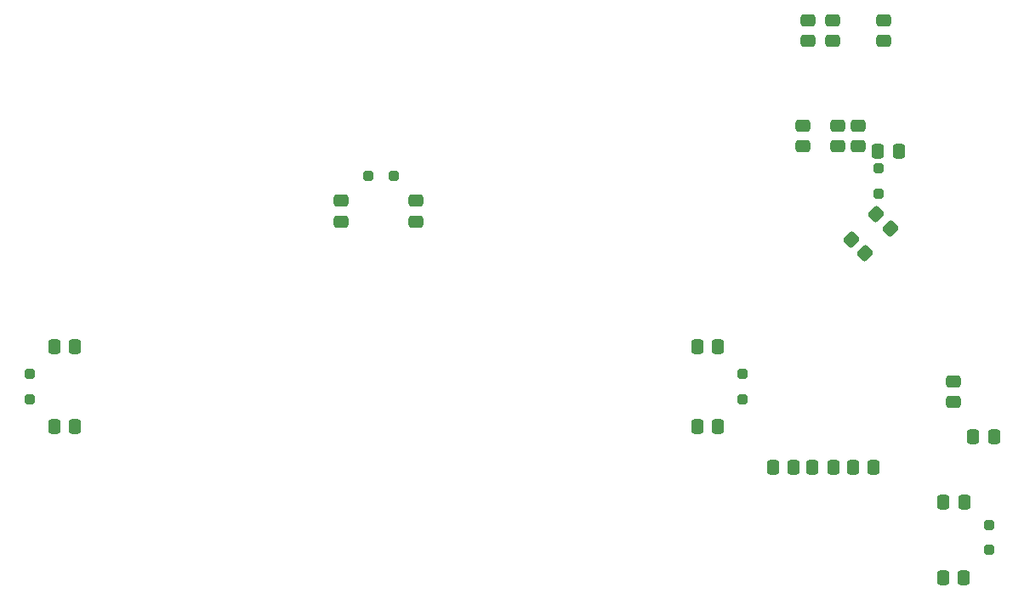
<source format=gbp>
G04 #@! TF.GenerationSoftware,KiCad,Pcbnew,7.0.1*
G04 #@! TF.CreationDate,2023-05-14T23:30:35+02:00*
G04 #@! TF.ProjectId,K_relay,4b5f7265-6c61-4792-9e6b-696361645f70,rev?*
G04 #@! TF.SameCoordinates,Original*
G04 #@! TF.FileFunction,Paste,Bot*
G04 #@! TF.FilePolarity,Positive*
%FSLAX46Y46*%
G04 Gerber Fmt 4.6, Leading zero omitted, Abs format (unit mm)*
G04 Created by KiCad (PCBNEW 7.0.1) date 2023-05-14 23:30:35*
%MOMM*%
%LPD*%
G01*
G04 APERTURE LIST*
G04 Aperture macros list*
%AMRoundRect*
0 Rectangle with rounded corners*
0 $1 Rounding radius*
0 $2 $3 $4 $5 $6 $7 $8 $9 X,Y pos of 4 corners*
0 Add a 4 corners polygon primitive as box body*
4,1,4,$2,$3,$4,$5,$6,$7,$8,$9,$2,$3,0*
0 Add four circle primitives for the rounded corners*
1,1,$1+$1,$2,$3*
1,1,$1+$1,$4,$5*
1,1,$1+$1,$6,$7*
1,1,$1+$1,$8,$9*
0 Add four rect primitives between the rounded corners*
20,1,$1+$1,$2,$3,$4,$5,0*
20,1,$1+$1,$4,$5,$6,$7,0*
20,1,$1+$1,$6,$7,$8,$9,0*
20,1,$1+$1,$8,$9,$2,$3,0*%
G04 Aperture macros list end*
%ADD10RoundRect,0.250000X-0.337500X-0.475000X0.337500X-0.475000X0.337500X0.475000X-0.337500X0.475000X0*%
%ADD11RoundRect,0.250000X0.250000X-0.250000X0.250000X0.250000X-0.250000X0.250000X-0.250000X-0.250000X0*%
%ADD12RoundRect,0.250000X-0.250000X0.250000X-0.250000X-0.250000X0.250000X-0.250000X0.250000X0.250000X0*%
%ADD13RoundRect,0.250000X-0.250000X-0.250000X0.250000X-0.250000X0.250000X0.250000X-0.250000X0.250000X0*%
%ADD14RoundRect,0.250000X0.337500X0.475000X-0.337500X0.475000X-0.337500X-0.475000X0.337500X-0.475000X0*%
%ADD15RoundRect,0.250000X-0.475000X0.337500X-0.475000X-0.337500X0.475000X-0.337500X0.475000X0.337500X0*%
%ADD16RoundRect,0.250000X0.565685X0.070711X0.070711X0.565685X-0.565685X-0.070711X-0.070711X-0.565685X0*%
%ADD17RoundRect,0.250000X0.475000X-0.337500X0.475000X0.337500X-0.475000X0.337500X-0.475000X-0.337500X0*%
%ADD18RoundRect,0.250000X-0.565685X-0.070711X-0.070711X-0.565685X0.565685X0.070711X0.070711X0.565685X0*%
G04 APERTURE END LIST*
D10*
X231575000Y-92000000D03*
X229500000Y-92000000D03*
D11*
X155500000Y-85250000D03*
X155500000Y-82750000D03*
D12*
X251000000Y-97750000D03*
X251000000Y-100250000D03*
D13*
X189250000Y-63000000D03*
X191750000Y-63000000D03*
D14*
X248537500Y-103000000D03*
X246462500Y-103000000D03*
D15*
X238000000Y-57962500D03*
X238000000Y-60037500D03*
D12*
X240000000Y-62250000D03*
X240000000Y-64750000D03*
D16*
X241207107Y-68207107D03*
X239792893Y-66792893D03*
D14*
X224037500Y-80000000D03*
X221962500Y-80000000D03*
X224037500Y-88000000D03*
X221962500Y-88000000D03*
D17*
X240500000Y-49537500D03*
X240500000Y-47462500D03*
D18*
X237292893Y-69292893D03*
X238707107Y-70707107D03*
D14*
X239537500Y-92000000D03*
X237462500Y-92000000D03*
X248575000Y-95500000D03*
X246500000Y-95500000D03*
D10*
X249462500Y-89000000D03*
X251537500Y-89000000D03*
X157962500Y-88000000D03*
X160037500Y-88000000D03*
D17*
X233000000Y-49537500D03*
X233000000Y-47462500D03*
D15*
X236000000Y-57962500D03*
X236000000Y-60037500D03*
D10*
X239962500Y-60500000D03*
X242037500Y-60500000D03*
D17*
X235500000Y-49537500D03*
X235500000Y-47462500D03*
D15*
X232500000Y-57962500D03*
X232500000Y-60037500D03*
D12*
X226500000Y-82750000D03*
X226500000Y-85250000D03*
D15*
X247500000Y-83462500D03*
X247500000Y-85537500D03*
D10*
X157962500Y-80000000D03*
X160037500Y-80000000D03*
D15*
X186500000Y-65462500D03*
X186500000Y-67537500D03*
X194000000Y-65462500D03*
X194000000Y-67537500D03*
D14*
X235537500Y-92000000D03*
X233462500Y-92000000D03*
M02*

</source>
